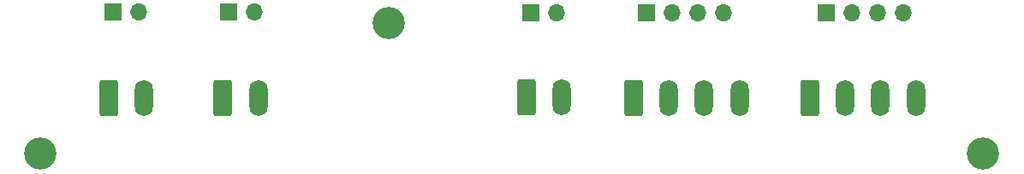
<source format=gbr>
%TF.GenerationSoftware,KiCad,Pcbnew,8.0.3*%
%TF.CreationDate,2024-08-08T19:12:20+01:00*%
%TF.ProjectId,FCPC Breakout PCB,46435043-2042-4726-9561-6b6f75742050,V1.1*%
%TF.SameCoordinates,Original*%
%TF.FileFunction,Soldermask,Bot*%
%TF.FilePolarity,Negative*%
%FSLAX46Y46*%
G04 Gerber Fmt 4.6, Leading zero omitted, Abs format (unit mm)*
G04 Created by KiCad (PCBNEW 8.0.3) date 2024-08-08 19:12:20*
%MOMM*%
%LPD*%
G01*
G04 APERTURE LIST*
G04 Aperture macros list*
%AMRoundRect*
0 Rectangle with rounded corners*
0 $1 Rounding radius*
0 $2 $3 $4 $5 $6 $7 $8 $9 X,Y pos of 4 corners*
0 Add a 4 corners polygon primitive as box body*
4,1,4,$2,$3,$4,$5,$6,$7,$8,$9,$2,$3,0*
0 Add four circle primitives for the rounded corners*
1,1,$1+$1,$2,$3*
1,1,$1+$1,$4,$5*
1,1,$1+$1,$6,$7*
1,1,$1+$1,$8,$9*
0 Add four rect primitives between the rounded corners*
20,1,$1+$1,$2,$3,$4,$5,0*
20,1,$1+$1,$4,$5,$6,$7,0*
20,1,$1+$1,$6,$7,$8,$9,0*
20,1,$1+$1,$8,$9,$2,$3,0*%
G04 Aperture macros list end*
%ADD10RoundRect,0.250000X-0.650000X-1.550000X0.650000X-1.550000X0.650000X1.550000X-0.650000X1.550000X0*%
%ADD11O,1.800000X3.600000*%
%ADD12C,3.200000*%
%ADD13R,1.700000X1.700000*%
%ADD14O,1.700000X1.700000*%
G04 APERTURE END LIST*
D10*
%TO.C,J3*%
X153466800Y-127508000D03*
D11*
X156966800Y-127508000D03*
%TD*%
D10*
%TO.C,J4*%
X123438700Y-127540900D03*
D11*
X126938700Y-127540900D03*
%TD*%
D10*
%TO.C,J5*%
X112110300Y-127540900D03*
D11*
X115610300Y-127540900D03*
%TD*%
D12*
%TO.C,REF\u002A\u002A*%
X105410000Y-133096000D03*
%TD*%
%TO.C,REF\u002A\u002A*%
X139852400Y-120091200D03*
%TD*%
D10*
%TO.C,J1*%
X181452300Y-127540900D03*
D11*
X184952300Y-127540900D03*
X188452300Y-127540900D03*
X191952300Y-127540900D03*
%TD*%
D10*
%TO.C,J2*%
X164033200Y-127558800D03*
D11*
X167533200Y-127558800D03*
X171033200Y-127558800D03*
X174533200Y-127558800D03*
%TD*%
D12*
%TO.C,REF\u002A\u002A*%
X198628000Y-133096000D03*
%TD*%
D13*
%TO.C,J10*%
X165348800Y-119126000D03*
D14*
X167888800Y-119126000D03*
X170428800Y-119126000D03*
X172968800Y-119126000D03*
%TD*%
D13*
%TO.C,J8*%
X124038100Y-119057300D03*
D14*
X126578100Y-119057300D03*
%TD*%
D13*
%TO.C,J6*%
X153868000Y-119126000D03*
D14*
X156408000Y-119126000D03*
%TD*%
D13*
%TO.C,J7*%
X183078000Y-119126000D03*
D14*
X185618000Y-119126000D03*
X188158000Y-119126000D03*
X190698000Y-119126000D03*
%TD*%
D13*
%TO.C,J9*%
X112562300Y-119057300D03*
D14*
X115102300Y-119057300D03*
%TD*%
M02*

</source>
